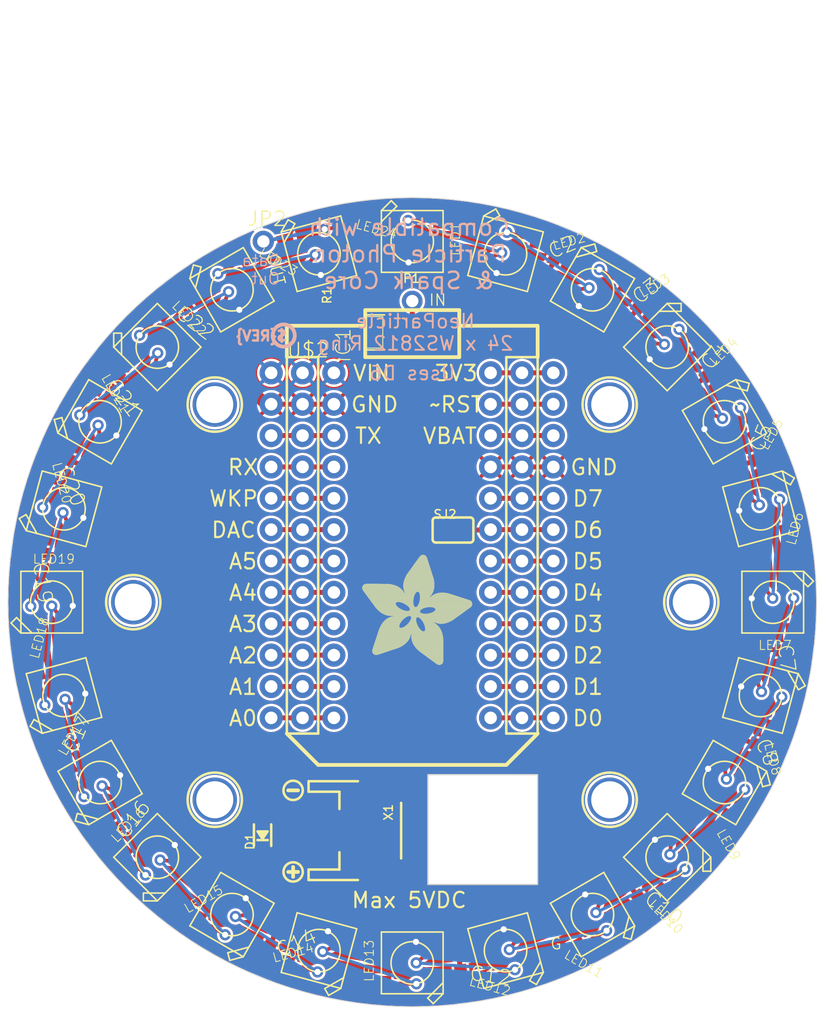
<source format=kicad_pcb>
(kicad_pcb (version 20221018) (generator pcbnew)
  (layers (0 "F.Cu" signal) (31 "B.Cu" signal) (34 "B.Paste" user) (35 "F.Paste" user) (36 "B.SilkS" user "B.Silkscreen") (37 "F.SilkS" user "F.Silkscreen") (38 "B.Mask" user) (39 "F.Mask" user) (44 "Edge.Cuts" user))
  (net 0 "")
  (net 1 "N$1")
  (net 2 "N$2")
  (net 3 "N$3")
  (net 4 "N$4")
  (net 5 "N$5")
  (net 6 "N$6")
  (net 7 "N$7")
  (net 8 "N$8")
  (net 9 "N$9")
  (net 10 "N$10")
  (net 11 "N$11")
  (net 12 "GND")
  (net 13 "VDD")
  (net 14 "N$12")
  (net 15 "N$13")
  (net 16 "N$14")
  (net 17 "N$15")
  (net 18 "N$16")
  (net 19 "N$17")
  (net 20 "N$18")
  (net 21 "N$19")
  (net 22 "N$20")
  (net 23 "N$21")
  (net 24 "N$22")
  (net 25 "N$23")
  (net 26 "N$24")
  (net 27 "N$25")
  (net 28 "N$28")
  (net 29 "D0")
  (net 30 "D1")
  (net 31 "D2")
  (net 32 "TX")
  (net 33 "RX")
  (net 34 "WKP")
  (net 35 "DAC")
  (net 36 "A5")
  (net 37 "A4")
  (net 38 "A3")
  (net 39 "A2")
  (net 40 "A1")
  (net 41 "A0")
  (net 42 "D7")
  (net 43 "D6")
  (net 44 "D5")
  (net 45 "D4")
  (net 46 "D3")
  (net 47 "VBAT")
  (net 48 "~{RST}")
  (net 49 "3V3")
  (net 50 "DIN")
  (net 51 "N$26")
  (footprint "working:WS2812B-NARROW" (layer "F.Cu") (at 140.941044 133.218175 165)
    (fp_text reference "LED14")
    (fp_text value "WS2812B5050" hide)
  )
  (footprint "working:C0603" (layer "F.Cu") (at 119.871997 93.145104 157.5)
    (fp_text reference "C20")
    (fp_text value "1uF")
  )
  (footprint "working:C0603" (layer "F.Cu") (at 167.365425 80.419194 52.5)
    (fp_text reference "C3")
    (fp_text value "1uF")
  )
  (footprint "working:SYMBOL_MINUS" (layer "F.Cu") (at 138.8491 120.2436)
    (fp_text reference "U$8" hide)
    (fp_text value "" hide)
  )
  (footprint "working:WS2812B-NARROW" (layer "F.Cu") (at 127.846582 125.658118 135)
    (fp_text reference "LED16")
    (fp_text value "WS2812B5050" hide)
  )
  (footprint "working:WS2812B-NARROW" (layer "F.Cu") (at 119.2911 105.0036 90)
    (fp_text reference "LED19")
    (fp_text value "WS2812B5050" hide)
  )
  (footprint "working:C0603" (layer "F.Cu") (at 177.130203 93.145104 22.5)
    (fp_text reference "C5")
    (fp_text value "1uF")
  )
  (footprint "working:WS2812B-NARROW" (layer "F.Cu") (at 176.715675 112.563656 -105)
    (fp_text reference "LED8")
    (fp_text value "WS2812B5050" hide)
  )
  (footprint "working:WS2812B-NARROW" (layer "F.Cu") (at 133.8961 79.706979 30)
    (fp_text reference "LED23")
    (fp_text value "WS2812B5050" hide)
  )
  (footprint "working:WS2812B-NARROW" (layer "F.Cu") (at 123.204479 90.3986 60)
    (fp_text reference "LED21")
    (fp_text value "WS2812B5050" hide)
  )
  (footprint "working:MOUNTINGHOLE_3.0_PLATEDTHIN" (layer "F.Cu") (at 125.8951 105.0036)
    (fp_text reference "U$9" hide)
    (fp_text value "MOUNTINGHOLE3.0THIN" hide)
  )
  (footprint "working:WS2812B-NARROW" (layer "F.Cu") (at 123.204479 119.6086 120)
    (fp_text reference "LED17")
    (fp_text value "WS2812B5050" hide)
  )
  (footprint "working:SYMBOL_PLUS" (layer "F.Cu") (at 138.8491 126.8476)
    (fp_text reference "U$7" hide)
    (fp_text value "" hide)
  )
  (footprint "working:WS2812B-NARROW" (layer "F.Cu") (at 148.5011 75.7936)
    (fp_text reference "LED1")
    (fp_text value "WS2812B5050" hide)
  )
  (footprint "working:WS2812B-NARROW" (layer "F.Cu") (at 169.155618 84.349082 -45)
    (fp_text reference "LED4")
    (fp_text value "WS2812B5050" hide)
  )
  (footprint "working:FIDUCIAL_1MM" (layer "F.Cu") (at 180.2003 100.838)
    (fp_text reference "FID2" hide)
    (fp_text value "FIDUCIAL\"\"" hide)
  )
  (footprint "working:C0603" (layer "F.Cu") (at 167.365425 129.588006 -52.5)
    (fp_text reference "C10")
    (fp_text value "1uF")
  )
  (footprint "working:C0603" (layer "F.Cu") (at 160.359596 76.374497 67.5)
    (fp_text reference "C2")
    (fp_text value "1uF")
  )
  (footprint "working:C0603" (layer "F.Cu") (at 117.778275 100.958904 172.5)
    (fp_text reference "C19")
    (fp_text value "1uF")
  )
  (footprint "working:1X01_ROUND" (layer "F.Cu") (at 148.5011 80.6196)
    (fp_text reference "JP1")
    (fp_text value "")
  )
  (footprint "working:WS2812B-NARROW" (layer "F.Cu") (at 176.715675 97.443544 -75)
    (fp_text reference "LED6")
    (fp_text value "WS2812B5050" hide)
  )
  (footprint "working:WS2812B-NARROW" (layer "F.Cu") (at 163.1061 130.300221 -150)
    (fp_text reference "LED11")
    (fp_text value "WS2812B5050" hide)
  )
  (footprint "working:WS2812B-NARROW" (layer "F.Cu") (at 148.5011 134.2136 180)
    (fp_text reference "LED13")
    (fp_text value "WS2812B5050" hide)
  )
  (footprint "working:C0603" (layer "F.Cu") (at 173.085506 86.139275 37.5)
    (fp_text reference "C4")
    (fp_text value "1uF")
  )
  (footprint "working:1X01-CLEANBIG" (layer "F.Cu") (at 136.4361 75.7936)
    (fp_text reference "JP2")
    (fp_text value "")
  )
  (footprint "working:WS2812B-NARROW" (layer "F.Cu") (at 163.1061 79.706979 -30)
    (fp_text reference "LED3")
    (fp_text value "WS2812B5050" hide)
  )
  (footprint "working:C0603" (layer "F.Cu") (at 179.223925 109.048296 -7.5)
    (fp_text reference "C7")
    (fp_text value "1uF")
  )
  (footprint "working:MOUNTINGHOLE_3.0_PLATEDTHIN" (layer "F.Cu") (at 164.5011 89.0036)
    (fp_text reference "U$3" hide)
    (fp_text value "MOUNTINGHOLE3.0THIN" hide)
  )
  (footprint "working:C0603" (layer "F.Cu") (at 152.545796 135.726425 -82.5)
    (fp_text reference "C12")
    (fp_text value "1uF")
  )
  (footprint "working:WS2812B-NARROW" (layer "F.Cu") (at 173.797721 119.6086 -120)
    (fp_text reference "LED9")
    (fp_text value "WS2812B5050" hide)
  )
  (footprint "working:WS2812B-NARROW" (layer "F.Cu") (at 156.061156 133.218175 -165)
    (fp_text reference "LED12")
    (fp_text value "WS2812B5050" hide)
  )
  (footprint "working:FIDUCIAL_1MM" (layer "F.Cu") (at 116.8019 109.1946)
    (fp_text reference "FID1" hide)
    (fp_text value "FIDUCIAL\"\"" hide)
  )
  (footprint "working:C0603" (layer "F.Cu") (at 136.642604 133.632703 -112.5)
    (fp_text reference "C14")
    (fp_text value "1uF")
  )
  (footprint "working:MOUNTINGHOLE_3.0_PLATEDTHIN" (layer "F.Cu") (at 132.5011 121.0036)
    (fp_text reference "U$5" hide)
    (fp_text value "MOUNTINGHOLE3.0THIN" hide)
  )
  (footprint "working:C0603" (layer "F.Cu") (at 123.916694 123.867925 -142.5)
    (fp_text reference "C16")
    (fp_text value "1uF")
  )
  (footprint "working:MOUNTINGHOLE_3.0_PLATEDTHIN" (layer "F.Cu") (at 132.5011 89.0036)
    (fp_text reference "U$4" hide)
    (fp_text value "MOUNTINGHOLE3.0THIN" hide)
  )
  (footprint "working:MOUNTINGHOLE_3.0_PLATEDTHIN" (layer "F.Cu") (at 164.5011 121.0036)
    (fp_text reference "U$6" hide)
    (fp_text value "MOUNTINGHOLE3.0THIN" hide)
  )
  (footprint "working:SOLDERJUMPER_CLOSEDWIRE" (layer "F.Cu") (at 151.8031 99.1616)
    (fp_text reference "SJ2")
    (fp_text value "")
  )
  (footprint "working:MOUNTINGHOLE_3.0_PLATEDTHIN" (layer "F.Cu") (at 171.1071 105.0036)
    (fp_text reference "U$10" hide)
    (fp_text value "MOUNTINGHOLE3.0THIN" hide)
  )
  (footprint "working:C0603" (layer "F.Cu") (at 129.636775 80.419194 127.5)
    (fp_text reference "C22")
    (fp_text value "1uF")
  )
  (footprint "working:WS2812B-NARROW" (layer "F.Cu") (at 133.8961 130.300221 150)
    (fp_text reference "LED15")
    (fp_text value "WS2812B5050" hide)
  )
  (footprint "working:C0603" (layer "F.Cu") (at 119.871997 116.862096 -157.5)
    (fp_text reference "C17")
    (fp_text value "1uF")
  )
  (footprint "working:WS2812B-NARROW" (layer "F.Cu") (at 140.941044 76.789025 15)
    (fp_text reference "LED24")
    (fp_text value "WS2812B5050" hide)
  )
  (footprint "working:C0603" (layer "F.Cu") (at 123.916694 86.139275 142.5)
    (fp_text reference "C21")
    (fp_text value "1uF")
  )
  (footprint "working:C0603" (layer "F.Cu") (at 177.130203 116.862096 -22.5)
    (fp_text reference "C8")
    (fp_text value "1uF")
  )
  (footprint "working:WS2812B-NARROW" (layer "F.Cu") (at 120.286525 112.563656 105)
    (fp_text reference "LED18")
    (fp_text value "WS2812B5050" hide)
  )
  (footprint "working:SPARK_CORE_STACKABLE" (layer "F.Cu") (at 148.5011 100.4036)
    (fp_text reference "U$2")
    (fp_text value "PHOTON")
  )
  (footprint "working:SOT23-5" (layer "F.Cu") (at 145.4531 83.1596 90)
    (fp_text reference "IC1")
    (fp_text value "74AHC1G125DBV")
  )
  (footprint "working:WS2812B-NARROW" (layer "F.Cu") (at 177.7111 105.0036 -90)
    (fp_text reference "LED7")
    (fp_text value "WS2812B5050" hide)
  )
  (footprint "working:WS2812B-NARROW" (layer "F.Cu") (at 169.155618 125.658118 -135)
    (fp_text reference "LED10")
    (fp_text value "WS2812B5050" hide)
  )
  (footprint "working:WS2812B-NARROW" (layer "F.Cu") (at 173.797721 90.3986 -60)
    (fp_text reference "LED5")
    (fp_text value "WS2812B5050" hide)
  )
  (footprint "working:ADAFRUIT_9MM" (layer "F.Cu") (at 144.4371 110.0836)
    (fp_text reference "U$1" hide)
    (fp_text value "" hide)
  )
  (footprint "working:WS2812B-NARROW" (layer "F.Cu") (at 156.061156 76.789025 -15)
    (fp_text reference "LED2")
    (fp_text value "WS2812B5050" hide)
  )
  (footprint "working:SOD-123" (layer "F.Cu") (at 136.3731 123.8696 90)
    (fp_text reference "D1")
    (fp_text value "MBR120")
  )
  (footprint "working:WS2812B-NARROW" (layer "F.Cu") (at 127.846582 84.349082 45)
    (fp_text reference "LED22")
    (fp_text value "WS2812B5050" hide)
  )
  (footprint "working:JSTPH2" (layer "F.Cu") (at 144.6011 123.5036 -90)
    (fp_text reference "X1")
    (fp_text value "JST-2PH")
  )
  (footprint "working:WS2812B-NARROW" (layer "F.Cu") (at 120.286525 97.443544 75)
    (fp_text reference "LED20")
    (fp_text value "WS2812B5050" hide)
  )
  (footprint "working:0603-NO" (layer "F.Cu") (at 141.469797 82.711494 90)
    (fp_text reference "R1")
    (fp_text value "470 ohm")
  )
  (footprint "working:PCBFEAT-REV-040" (layer "B.Cu") (at 138.0871 83.4136 180)
    (fp_text reference "U$11" hide)
    (fp_text value "" hide)
  )
  (gr_arc (start 115.7351 105.0036) (mid 125.332039 81.834539) (end 148.5011 72.2376) (stroke (width 0.05)) (layer "Edge.Cuts"))
  (gr_line (start 149.7711 127.8636) (end 149.7711 118.9736) (stroke (width 0.1)) (layer "Edge.Cuts"))
  (gr_arc (start 148.5011 72.2376) (mid 171.670161 81.834539) (end 181.2671 105.0036) (stroke (width 0.05)) (layer "Edge.Cuts"))
  (gr_line (start 149.7711 118.9736) (end 158.6611 118.9736) (stroke (width 0.1)) (layer "Edge.Cuts"))
  (gr_arc (start 181.2671 105.0036) (mid 171.670161 128.172661) (end 148.5011 137.7696) (stroke (width 0.05)) (layer "Edge.Cuts"))
  (gr_line (start 158.6611 127.8636) (end 149.7711 127.8636) (stroke (width 0.1)) (layer "Edge.Cuts"))
  (gr_arc (start 148.5011 137.7696) (mid 125.332039 128.172661) (end 115.7351 105.0036) (stroke (width 0.05)) (layer "Edge.Cuts"))
  (gr_line (start 158.6611 118.9736) (end 158.6611 127.8636) (stroke (width 0.1)) (layer "Edge.Cuts"))
  (gr_text "NeoParticle\n24 x WS2812 Ring" (at 148.7551 83.1596) (layer "B.SilkS") (effects (font (size 1.1176 1.1176) (thickness 0.1524)) (justify mirror)))
  (gr_text "Data\nOut" (at 137.8331 79.3496) (layer "B.SilkS") (effects (font (size 0.9144 0.9144) (thickness 0.1016)) (justify left bottom mirror)))
  (gr_text "Uses D6" (at 148.5011 86.4616) (layer "B.SilkS") (effects (font (size 1.1176 1.1176) (thickness 0.1524)) (justify mirror)))
  (gr_text "Compatible with\nParticle Photon\n& Spark Core" (at 148.2471 76.8096) (layer "B.SilkS") (effects (font (size 1.34112 1.34112) (thickness 0.18288)) (justify mirror)))
  (gr_text "D5" (at 162.7251 101.7016) (layer "F.SilkS") (effects (font (size 1.251712 1.251712) (thickness 0.170688))))
  (gr_text "~RST" (at 152.0571 89.0016) (layer "F.SilkS") (effects (font (size 1.251712 1.251712) (thickness 0.170688))))
  (gr_text "D0" (at 162.7251 114.4016) (layer "F.SilkS") (effects (font (size 1.251712 1.251712) (thickness 0.170688))))
  (gr_text "D6" (at 162.7251 99.1616) (layer "F.SilkS") (effects (font (size 1.251712 1.251712) (thickness 0.170688))))
  (gr_text "OUT" (at 136.5631 76.8858 285) (layer "F.SilkS") (effects (font (size 0.9144 0.9144) (thickness 0.1016)) (justify left bottom)))
  (gr_text "A2" (at 134.7851 109.3216) (layer "F.SilkS") (effects (font (size 1.251712 1.251712) (thickness 0.170688))))
  (gr_text "A1" (at 134.7851 111.8616) (layer "F.SilkS") (effects (font (size 1.251712 1.251712) (thickness 0.170688))))
  (gr_text "A4" (at 134.7851 104.2416) (layer "F.SilkS") (effects (font (size 1.251712 1.251712) (thickness 0.170688))))
  (gr_text "3V3" (at 152.0571 86.4616) (layer "F.SilkS") (effects (font (size 1.251712 1.251712) (thickness 0.170688))))
  (gr_text "A3" (at 134.7851 106.7816) (layer "F.SilkS") (effects (font (size 1.251712 1.251712) (thickness 0.170688))))
  (gr_text "D7" (at 162.7251 96.6216) (layer "F.SilkS") (effects (font (size 1.251712 1.251712) (thickness 0.170688))))
  (gr_text "GND" (at 145.4531 89.0016) (layer "F.SilkS") (effects (font (size 1.251712 1.251712) (thickness 0.170688))))
  (gr_text "GND" (at 163.2331 94.0816) (layer "F.SilkS") (effects (font (size 1.251712 1.251712) (thickness 0.170688))))
  (gr_text "DAC" (at 134.0231 99.1616) (layer "F.SilkS") (effects (font (size 1.251712 1.251712) (thickness 0.170688))))
  (gr_text "D1" (at 162.7251 111.8616) (layer "F.SilkS") (effects (font (size 1.251712 1.251712) (thickness 0.170688))))
  (gr_text "D2" (at 162.7251 109.3216) (layer "F.SilkS") (effects (font (size 1.251712 1.251712) (thickness 0.170688))))
  (gr_text "RX" (at 134.7851 94.0816) (layer "F.SilkS") (effects (font (size 1.251712 1.251712) (thickness 0.170688))))
  (gr_text "D3" (at 162.7251 106.7816) (layer "F.SilkS") (effects (font (size 1.251712 1.251712) (thickness 0.170688))))
  (gr_text "VIN" (at 145.1991 86.4616) (layer "F.SilkS") (effects (font (size 1.251712 1.251712) (thickness 0.170688))))
  (gr_text "A5" (at 134.7851 101.7016) (layer "F.SilkS") (effects (font (size 1.251712 1.251712) (thickness 0.170688))))
  (gr_text "TX" (at 144.9451 91.5416) (layer "F.SilkS") (effects (font (size 1.251712 1.251712) (thickness 0.170688))))
  (gr_text "IN" (at 149.7965 81.0768) (layer "F.SilkS") (effects (font (size 0.9144 0.9144) (thickness 0.1016)) (justify left bottom)))
  (gr_text "WKP" (at 134.0231 96.6216) (layer "F.SilkS") (effects (font (size 1.251712 1.251712) (thickness 0.170688))))
  (gr_text "G" (at 159.6263 133.1976) (layer "F.SilkS") (effects (font (size 0.9144 0.9144) (thickness 0.1016)) (justify left bottom)))
  (gr_text "D4" (at 162.7251 104.2416) (layer "F.SilkS") (effects (font (size 1.251712 1.251712) (thickness 0.170688))))
  (gr_text "A0" (at 134.7851 114.4016) (layer "F.SilkS") (effects (font (size 1.251712 1.251712) (thickness 0.170688))))
  (gr_text "Max 5VDC" (at 148.2471 129.1336) (layer "F.SilkS") (effects (font (size 1.251712 1.251712) (thickness 0.170688))))
  (gr_text "VBAT" (at 151.5491 91.5416) (layer "F.SilkS") (effects (font (size 1.251712 1.251712) (thickness 0.170688))))
  (segment (start 153.364178 77.774579) (end 155.753053 76.708) (width 0.3048) (layer "F.Cu") (net 1))
  (segment (start 150.8511 74.1436) (end 148.164041 74.095357) (width 0.3048) (layer "F.Cu") (net 1))
  (via (at 155.753053 76.708) (size 0.9064) (drill 0.5) (layers "F.Cu" "B.Cu") (net 1))
  (via (at 148.164041 74.095357) (size 0.9064) (drill 0.5) (layers "F.Cu" "B.Cu") (net 1))
  (segment (start 148.164041 74.095357) (end 155.753053 76.708) (width 0.254) (layer "B.Cu") (net 1))
  (segment (start 158.758131 75.803475) (end 156.174946 75.061319) (width 0.3048) (layer "F.Cu") (net 2))
  (segment (start 160.245937 79.960922) (end 162.82924 79.549244) (width 0.3048) (layer "F.Cu") (net 2))
  (via (at 156.174946 75.061319) (size 0.9064) (drill 0.5) (layers "F.Cu" "B.Cu") (net 2))
  (via (at 162.82924 79.549244) (size 0.9064) (drill 0.5) (layers "F.Cu" "B.Cu") (net 2))
  (segment (start 156.174946 75.061319) (end 162.82924 79.549244) (width 0.254) (layer "B.Cu") (net 2))
  (segment (start 166.32719 83.85411) (end 168.92905 84.125054) (width 0.3048) (layer "F.Cu") (net 3))
  (segment (start 165.966259 79.453038) (end 163.663121 78.067663) (width 0.3048) (layer "F.Cu") (net 3))
  (via (at 163.663121 78.067663) (size 0.9064) (drill 0.5) (layers "F.Cu" "B.Cu") (net 3))
  (via (at 168.92905 84.125054) (size 0.9064) (drill 0.5) (layers "F.Cu" "B.Cu") (net 3))
  (segment (start 163.663121 78.067663) (end 168.92905 84.125054) (width 0.254) (layer "B.Cu") (net 3))
  (segment (start 171.984043 84.844057) (end 170.118025 82.909919) (width 0.3048) (layer "F.Cu") (net 4))
  (segment (start 171.193778 89.188441) (end 173.63694 90.123519) (width 0.3048) (layer "F.Cu") (net 4))
  (via (at 170.118025 82.909919) (size 0.9064) (drill 0.5) (layers "F.Cu" "B.Cu") (net 4))
  (via (at 173.63694 90.123519) (size 0.9064) (drill 0.5) (layers "F.Cu" "B.Cu") (net 4))
  (segment (start 170.118025 82.909919) (end 173.63694 90.123519) (width 0.254) (layer "B.Cu") (net 4))
  (segment (start 175.099725 89.257632) (end 176.401662 91.608763) (width 0.3048) (layer "F.Cu") (net 5))
  (segment (start 174.513671 95.600672) (end 176.6316 97.136204) (width 0.3048) (layer "F.Cu") (net 5))
  (via (at 176.6316 97.136204) (size 0.9064) (drill 0.5) (layers "F.Cu" "B.Cu") (net 5))
  (via (at 175.099725 89.257632) (size 0.9064) (drill 0.5) (layers "F.Cu" "B.Cu") (net 5))
  (segment (start 175.099725 89.257632) (end 176.6316 97.136204) (width 0.254) (layer "B.Cu") (net 5))
  (segment (start 176.0611 102.6536) (end 177.709321 104.685085) (width 0.3048) (layer "F.Cu") (net 6))
  (segment (start 178.268884 96.678241) (end 178.917675 99.286419) (width 0.3048) (layer "F.Cu") (net 6))
  (via (at 177.709321 104.685085) (size 0.9064) (drill 0.5) (layers "F.Cu" "B.Cu") (net 6))
  (via (at 178.268884 96.678241) (size 0.9064) (drill 0.5) (layers "F.Cu" "B.Cu") (net 6))
  (segment (start 178.268884 96.678241) (end 177.709321 104.685085) (width 0.254) (layer "B.Cu") (net 6))
  (segment (start 179.3611 107.3536) (end 179.409343 104.666541) (width 0.3048) (layer "F.Cu") (net 7))
  (segment (start 175.730121 109.866678) (end 176.7967 112.255553) (width 0.3048) (layer "F.Cu") (net 7))
  (via (at 179.409343 104.666541) (size 0.9064) (drill 0.5) (layers "F.Cu" "B.Cu") (net 7))
  (via (at 176.7967 112.255553) (size 0.9064) (drill 0.5) (layers "F.Cu" "B.Cu") (net 7))
  (segment (start 179.409343 104.666541) (end 176.7967 112.255553) (width 0.254) (layer "B.Cu") (net 7))
  (segment (start 177.701225 115.260631) (end 178.443381 112.677446) (width 0.3048) (layer "F.Cu") (net 8))
  (segment (start 173.543778 116.748437) (end 173.955456 119.33174) (width 0.3048) (layer "F.Cu") (net 8))
  (via (at 173.955456 119.33174) (size 0.9064) (drill 0.5) (layers "F.Cu" "B.Cu") (net 8))
  (via (at 178.443381 112.677446) (size 0.9064) (drill 0.5) (layers "F.Cu" "B.Cu") (net 8))
  (segment (start 178.443381 112.677446) (end 173.955456 119.33174) (width 0.254) (layer "B.Cu") (net 8))
  (segment (start 174.051662 122.468759) (end 175.437037 120.165621) (width 0.3048) (layer "F.Cu") (net 9))
  (segment (start 169.65059 122.82969) (end 169.379646 125.43155) (width 0.3048) (layer "F.Cu") (net 9))
  (via (at 175.437037 120.165621) (size 0.9064) (drill 0.5) (layers "F.Cu" "B.Cu") (net 9))
  (via (at 169.379646 125.43155) (size 0.9064) (drill 0.5) (layers "F.Cu" "B.Cu") (net 9))
  (segment (start 175.437037 120.165621) (end 169.379646 125.43155) (width 0.254) (layer "B.Cu") (net 9))
  (segment (start 164.316259 127.696278) (end 163.381181 130.13944) (width 0.3048) (layer "F.Cu") (net 10))
  (segment (start 168.660643 128.486543) (end 170.594781 126.620525) (width 0.3048) (layer "F.Cu") (net 10))
  (via (at 170.594781 126.620525) (size 0.9064) (drill 0.5) (layers "F.Cu" "B.Cu") (net 10))
  (via (at 163.381181 130.13944) (size 0.9064) (drill 0.5) (layers "F.Cu" "B.Cu") (net 10))
  (segment (start 170.594781 126.620525) (end 163.381181 130.13944) (width 0.254) (layer "B.Cu") (net 10))
  (segment (start 156.368496 133.1341) (end 157.904028 131.016171) (width 0.3048) (layer "F.Cu") (net 11))
  (segment (start 161.895937 132.904162) (end 164.247068 131.602225) (width 0.3048) (layer "F.Cu") (net 11))
  (via (at 156.368496 133.1341) (size 0.9064) (drill 0.5) (layers "F.Cu" "B.Cu") (net 11))
  (via (at 164.247068 131.602225) (size 0.9064) (drill 0.5) (layers "F.Cu" "B.Cu") (net 11))
  (segment (start 164.247068 131.602225) (end 156.368496 133.1341) (width 0.254) (layer "B.Cu") (net 11))
  (segment (start 130.9751 86.2076) (end 128.1811 83.4136) (width 0.8128) (layer "F.Cu") (net 12))
  (segment (start 125.018157 84.798544) (end 125.6411 84.1756) (width 0.4064) (layer "F.Cu") (net 12))
  (segment (start 137.0711 88.9736) (end 139.6111 88.9736) (width 0.4064) (layer "F.Cu") (net 12))
  (segment (start 154.8511 94.0536) (end 157.3911 94.0536) (width 0.4064) (layer "F.Cu") (net 12))
  (segment (start 142.1791 89.0016) (end 142.1511 88.9736) (width 0.4064) (layer "F.Cu") (net 12))
  (segment (start 136.5351 88.9736) (end 133.7691 86.2076) (width 0.8128) (layer "F.Cu") (net 12))
  (segment (start 133.7691 86.2076) (end 130.9751 86.2076) (width 0.8128) (layer "F.Cu") (net 12))
  (segment (start 127.6731 83.4136) (end 128.1811 83.4136) (width 0.4064) (layer "F.Cu") (net 12))
  (segment (start 125.8951 84.1756) (end 126.6571 84.4296) (width 0.4064) (layer "F.Cu") (net 12))
  (segment (start 157.3911 94.0536) (end 159.9311 94.0536) (width 0.4064) (layer "F.Cu") (net 12))
  (segment (start 139.6111 88.9736) (end 142.1511 88.9736) (width 0.4064) (layer "F.Cu") (net 12))
  (segment (start 126.6571 84.4296) (end 127.6731 83.4136) (width 0.4064) (layer "F.Cu") (net 12))
  (segment (start 125.6411 84.1756) (end 125.8951 84.1756) (width 0.4064) (layer "F.Cu") (net 12))
  (segment (start 125.018157 84.844057) (end 125.018157 84.798544) (width 0.4064) (layer "F.Cu") (net 12))
  (segment (start 137.0711 88.9736) (end 136.5351 88.9736) (width 0.8128) (layer "F.Cu") (net 12))
  (segment (start 152.214325 133.208268) (end 152.313893 133.963662) (width 0.4064) (layer "F.Cu") (net 13))
  (segment (start 171.675043 87.221569) (end 172.411153 86.656725) (width 0.4064) (layer "F.Cu") (net 13))
  (segment (start 176.705768 108.716825) (end 177.461162 108.816393) (width 0.4064) (layer "F.Cu") (net 13))
  (segment (start 131.183125 82.434175) (end 130.719069 81.829657) (width 0.4064) (layer "F.Cu") (net 13))
  (segment (start 146.7231 78.973172) (end 148.201125 77.495147) (width 0.254) (layer "F.Cu") (net 13))
  (segment (start 165.819075 127.573025) (end 166.283131 128.177543) (width 0.4064) (layer "F.Cu") (net 13))
  (segment (start 166.283131 128.177543) (end 166.847975 128.913653) (width 0.4064) (layer "F.Cu") (net 13))
  (segment (start 177.461162 108.816393) (end 178.381193 108.937346) (width 0.4064) (layer "F.Cu") (net 13))
  (segment (start 159.387793 78.72095) (end 159.679387 78.017116) (width 0.4064) (layer "F.Cu") (net 13))
  (segment (start 136.3731 125.7196) (end 136.3731 127.610368) (width 0.8128) (layer "F.Cu") (net 13))
  (segment (start 120.657297 93.470385) (end 121.514616 93.825313) (width 0.4064) (layer "F.Cu") (net 13))
  (segment (start 125.931675 122.321575) (end 125.327157 122.785631) (width 0.4064) (layer "F.Cu") (net 13))
  (segment (start 166.283131 81.829657) (end 166.847975 81.093547) (width 0.4064) (layer "F.Cu") (net 13))
  (segment (start 165.819075 82.434175) (end 166.283131 81.829657) (width 0.4064) (layer "F.Cu") (net 13))
  (segment (start 118.621007 101.069854) (end 119.541038 101.190807) (width 0.4064) (layer "F.Cu") (net 13))
  (segment (start 120.296432 101.290375) (end 119.541038 101.190807) (width 0.4064) (layer "F.Cu") (net 13))
  (segment (start 174.78375 94.116907) (end 175.487584 93.825313) (width 0.4064) (layer "F.Cu") (net 13))
  (segment (start 171.070525 87.685625) (end 171.675043 87.221569) (width 0.4064) (layer "F.Cu") (net 13))
  (segment (start 137.614407 131.28625) (end 137.322813 131.990084) (width 0.4064) (layer "F.Cu") (net 13))
  (segment (start 125.931675 87.685625) (end 125.327157 87.221569) (width 0.4064) (layer "F.Cu") (net 13))
  (segment (start 137.322813 131.990084) (end 136.967885 132.847403) (width 0.4064) (layer "F.Cu") (net 13))
  (segment (start 121.514616 116.181887) (end 120.657297 116.536815) (width 0.4064) (layer "F.Cu") (net 13))
  (segment (start 122.21845 115.890293) (end 121.514616 116.181887) (width 0.4064) (layer "F.Cu") (net 13))
  (segment (start 136.3731 127.610368) (end 135.006841 128.976628) (width 0.8128) (layer "F.Cu") (net 13))
  (segment (start 122.21845 94.116907) (end 121.514616 93.825313) (width 0.4064) (layer "F.Cu") (net 13))
  (segment (start 174.78375 115.890293) (end 175.487584 116.181887) (width 0.4064) (layer "F.Cu") (net 13))
  (segment (start 130.154225 81.093547) (end 130.719069 81.829657) (width 0.4064) (layer "F.Cu") (net 13))
  (segment (start 152.313893 133.963662) (end 152.434846 134.883693) (width 0.4064) (layer "F.Cu") (net 13))
  (segment (start 142.1511 86.1116) (end 144.1531 84.1096) (width 0.254) (layer "F.Cu") (net 13))
  (segment (start 124.591047 123.350475) (end 125.327157 122.785631) (width 0.4064) (layer "F.Cu") (net 13))
  (segment (start 175.487584 93.825313) (end 176.344903 93.470385) (width 0.4064) (layer "F.Cu") (net 13))
  (segment (start 159.679387 78.017116) (end 160.034315 77.159797) (width 0.4064) (layer "F.Cu") (net 13))
  (segment (start 125.327157 87.221569) (end 124.591047 86.656725) (width 0.4064) (layer "F.Cu") (net 13))
  (segment (start 175.487584 116.181887) (end 176.344903 116.536815) (width 0.4064) (layer "F.Cu") (net 13))
  (segment (start 142.1511 86.4336) (end 142.1511 86.1116) (width 0.254) (layer "F.Cu") (net 13))
  (via (at 121.852438 98.173794) (size 0.9064) (drill 0.5) (layers "F.Cu" "B.Cu") (net 13))
  (via (at 176.009553 104.703625) (size 0.9064) (drill 0.5) (layers "F.Cu" "B.Cu") (net 13))
  (via (at 162.51504 128.6764) (size 0.9064) (drill 0.5) (layers "F.Cu" "B.Cu") (net 13))
  (via (at 155.910534 131.497068) (size 0.9064) (drill 0.5) (layers "F.Cu" "B.Cu") (net 13))
  (via (at 122.007632 112.413034) (size 0.9064) (drill 0.5) (layers "F.Cu" "B.Cu") (net 13))
  (via (at 120.992647 105.303575) (size 0.9064) (drill 0.5) (layers "F.Cu" "B.Cu") (net 13))
  (via (at 168.164762 124.242831) (size 0.9064) (drill 0.5) (layers "F.Cu" "B.Cu") (net 13))
  (via (at 175.149762 111.833406) (size 0.9064) (drill 0.5) (layers "F.Cu" "B.Cu") (net 13))
  (via (at 174.994568 97.594166) (size 0.9064) (drill 0.5) (layers "F.Cu" "B.Cu") (net 13))
  (via (at 148.201125 77.495147) (size 0.9064) (drill 0.5) (layers "F.Cu" "B.Cu") (net 13))
  (via (at 172.1739 90.98966) (size 0.9064) (drill 0.5) (layers "F.Cu" "B.Cu") (net 13))
  (via (at 172.474128 118.497859) (size 0.9064) (drill 0.5) (layers "F.Cu" "B.Cu") (net 13))
  (via (at 141.671294 131.652262) (size 0.9064) (drill 0.5) (layers "F.Cu" "B.Cu") (net 13))
  (via (at 124.8283 119.01754) (size 0.9064) (drill 0.5) (layers "F.Cu" "B.Cu") (net 13))
  (via (at 148.801075 132.512053) (size 0.9064) (drill 0.5) (layers "F.Cu" "B.Cu") (net 13))
  (via (at 124.528072 91.509341) (size 0.9064) (drill 0.5) (layers "F.Cu" "B.Cu") (net 13))
  (via (at 129.261869 124.667262) (size 0.9064) (drill 0.5) (layers "F.Cu" "B.Cu") (net 13))
  (via (at 141.091666 78.510132) (size 0.9064) (drill 0.5) (layers "F.Cu" "B.Cu") (net 13))
  (via (at 167.740331 85.339938) (size 0.9064) (drill 0.5) (layers "F.Cu" "B.Cu") (net 13))
  (via (at 128.837438 85.764369) (size 0.9064) (drill 0.5) (layers "F.Cu" "B.Cu") (net 13))
  (via (at 134.48716 81.3308) (size 0.9064) (drill 0.5) (layers "F.Cu" "B.Cu") (net 13))
  (via (at 155.330906 78.354938) (size 0.9064) (drill 0.5) (layers "F.Cu" "B.Cu") (net 13))
  (via (at 135.006841 128.976628) (size 0.9064) (drill 0.5) (layers "F.Cu" "B.Cu") (net 13))
  (via (at 161.995359 81.030572) (size 0.9064) (drill 0.5) (layers "F.Cu" "B.Cu") (net 13))
  (segment (start 130.098626 84.391048) (end 129.333883 85.099329) (width 0.4064) (layer "B.Cu") (net 13))
  (segment (start 155.359358 78.292732) (end 154.353386 78.062865) (width 0.4064) (layer "B.Cu") (net 13))
  (segment (start 140.991383 78.467755) (end 139.991768 78.76316) (width 0.4064) (layer "B.Cu") (net 13))
  (segment (start 171.055687 120.957121) (end 171.63893 120.093221) (width 0.4064) (layer "B.Cu") (net 13))
  (segment (start 174.741539 113.512934) (end 175.036945 112.513319) (width 0.4064) (layer "B.Cu") (net 13))
  (segment (start 123.817825 92.630683) (end 123.373291 93.57349) (width 0.4064) (layer "B.Cu") (net 13))
  (segment (start 121.965255 112.513317) (end 122.26066 113.512932) (width 0.4064) (layer "B.Cu") (net 13))
  (segment (start 121.311519 100.55027) (end 121.172166 101.583263) (width 0.4064) (layer "B.Cu") (net 13))
  (segment (start 174.076299 94.629534) (end 173.67621 93.678351) (width 0.4064) (layer "B.Cu") (net 13))
  (segment (start 176.009553 105.303575) (end 176.009553 104.703625) (width 0.4064) (layer "B.Cu") (net 13))
  (segment (start 134.297084 128.691155) (end 135.203095 129.206556) (width 0.4064) (layer "B.Cu") (net 13))
  (segment (start 123.373291 93.57349) (end 122.965195 94.532631) (width 0.4064) (layer "B.Cu") (net 13))
  (segment (start 147.158968 77.515113) (end 146.118338 77.574982) (width 0.4064) (layer "B.Cu") (net 13))
  (segment (start 172.769341 91.824885) (end 172.263866 90.925265) (width 0.4064) (layer "B.Cu") (net 13))
  (segment (start 164.669699 82.598815) (end 163.820279 82.012891) (width 0.4064) (layer "B.Cu") (net 13))
  (segment (start 165.295545 126.942284) (end 166.112262 126.294622) (width 0.4064) (layer "B.Cu") (net 13))
  (segment (start 153.339422 77.871299) (end 152.318924 77.718312) (width 0.4064) (layer "B.Cu") (net 13))
  (segment (start 121.311519 109.456928) (end 121.490336 110.483826) (width 0.4064) (layer "B.Cu") (net 13))
  (segment (start 129.333882 124.90787) (end 130.098625 125.616151) (width 0.4064) (layer "B.Cu") (net 13))
  (segment (start 137.07099 130.131409) (end 138.030131 130.539505) (width 0.4064) (layer "B.Cu") (net 13))
  (segment (start 148.201125 77.495147) (end 148.201127 77.495147) (width 0.4064) (layer "B.Cu") (net 13))
  (segment (start 139.0042 130.910563) (end 139.991766 131.244039) (width 0.4064) (layer "B.Cu") (net 13))
  (segment (start 164.454619 127.558188) (end 165.295545 126.942284) (width 0.4064) (layer "B.Cu") (net 13))
  (segment (start 137.070991 79.87579) (end 136.128185 80.320324) (width 0.4064) (layer "B.Cu") (net 13))
  (segment (start 175.308215 98.565128) (end 175.056441 97.564414) (width 0.4064) (layer "B.Cu") (net 13))
  (segment (start 123.37329 116.433709) (end 123.817824 117.376515) (width 0.4064) (layer "B.Cu") (net 13))
  (segment (start 171.724648 90.045456) (end 171.152465 89.186721) (width 0.4064) (layer "B.Cu") (net 13))
  (segment (start 122.594136 114.500498) (end 122.965195 115.474567) (width 0.4064) (layer "B.Cu") (net 13))
  (segment (start 166.903574 125.616152) (end 167.668317 124.907871) (width 0.4064) (layer "B.Cu") (net 13))
  (segment (start 166.112262 126.294622) (end 166.903574 125.616152) (width 0.4064) (layer "B.Cu") (net 13))
  (segment (start 125.946512 120.957119) (end 126.562416 121.798045) (width 0.4064) (layer "B.Cu") (net 13))
  (segment (start 176.009553 104.703625) (end 176.009553 104.703625) (width 0.4064) (layer "B.Cu") (net 13))
  (segment (start 130.098625 125.616151) (end 130.889936 126.294621) (width 0.4064) (layer "B.Cu") (net 13))
  (segment (start 124.298144 91.705595) (end 123.817825 92.630683) (width 0.4064) (layer "B.Cu") (net 13))
  (segment (start 175.98999 103.67191) (end 175.931327 102.641677) (width 0.4064) (layer "B.Cu") (net 13))
  (segment (start 121.072482 102.620836) (end 120.992647 104.703625) (width 0.4064) (layer "B.Cu") (net 13))
  (segment (start 157.997998 130.910564) (end 158.972067 130.539505) (width 0.4064) (layer "B.Cu") (net 13))
  (segment (start 140.991381 131.539445) (end 142.001578 131.796345) (width 0.4064) (layer "B.Cu") (net 13))
  (segment (start 121.490336 99.523373) (end 121.311519 100.55027) (width 0.4064) (layer "B.Cu") (net 13))
  (segment (start 135.203097 80.800643) (end 134.297086 81.316044) (width 0.4064) (layer "B.Cu") (net 13))
  (segment (start 122.965195 94.532631) (end 122.594137 95.5067) (width 0.4064) (layer "B.Cu") (net 13))
  (segment (start 122.965195 115.474567) (end 123.37329 116.433709) (width 0.4064) (layer "B.Cu") (net 13))
  (segment (start 121.708354 111.50312) (end 121.965255 112.513317) (width 0.4064) (layer "B.Cu") (net 13))
  (segment (start 150.264205 77.528894) (end 149.232938 77.492736) (width 0.4064) (layer "B.Cu") (net 13))
  (segment (start 138.030133 79.467695) (end 137.070991 79.87579) (width 0.4064) (layer "B.Cu") (net 13))
  (segment (start 175.931327 102.641677) (end 175.83365 101.614409) (width 0.4064) (layer "B.Cu") (net 13))
  (segment (start 161.799103 129.206557) (end 162.705114 128.691156) (width 0.4064) (layer "B.Cu") (net 13))
  (segment (start 127.888549 86.601125) (end 127.210079 87.392436) (width 0.4064) (layer "B.Cu") (net 13))
  (segment (start 131.706655 83.064916) (end 130.889938 83.712578) (width 0.4064) (layer "B.Cu") (net 13))
  (segment (start 166.298878 83.865117) (end 165.496294 83.21652) (width 0.4064) (layer "B.Cu") (net 13))
  (segment (start 129.333883 85.099329) (end 128.59683 85.836382) (width 0.4064) (layer "B.Cu") (net 13))
  (segment (start 173.67621 93.678351) (end 173.240348 92.74302) (width 0.4064) (layer "B.Cu") (net 13))
  (segment (start 132.547581 82.449012) (end 131.706655 83.064916) (width 0.4064) (layer "B.Cu") (net 13))
  (segment (start 175.929718 107.386364) (end 176.009553 105.303575) (width 0.4064) (layer "B.Cu") (net 13))
  (segment (start 126.562417 88.209154) (end 125.946513 89.050079) (width 0.4064) (layer "B.Cu") (net 13))
  (segment (start 161.147448 80.453991) (end 160.219249 80.00314) (width 0.4064) (layer "B.Cu") (net 13))
  (segment (start 146.118338 77.574982) (end 145.080765 77.674666) (width 0.4064) (layer "B.Cu") (net 13))
  (segment (start 175.056441 97.564414) (end 174.766911 96.573963) (width 0.4064) (layer "B.Cu") (net 13))
  (segment (start 175.293845 111.503122) (end 175.511864 110.483827) (width 0.4064) (layer "B.Cu") (net 13))
  (segment (start 158.972067 130.539505) (end 159.931209 130.13141) (width 0.4064) (layer "B.Cu") (net 13))
  (segment (start 125.363269 120.093219) (end 125.946512 120.957119) (width 0.4064) (layer "B.Cu") (net 13))
  (segment (start 175.511864 110.483827) (end 175.690681 109.45693) (width 0.4064) (layer "B.Cu") (net 13))
  (segment (start 143.020874 77.992836) (end 142.00158 78.210854) (width 0.4064) (layer "B.Cu") (net 13))
  (segment (start 151.921435 132.332534) (end 152.954428 132.193181) (width 0.4064) (layer "B.Cu") (net 13))
  (segment (start 152.318924 77.718312) (end 151.293361 77.604122) (width 0.4064) (layer "B.Cu") (net 13))
  (segment (start 173.240348 92.74302) (end 172.769341 91.824885) (width 0.4064) (layer "B.Cu") (net 13))
  (segment (start 152.954428 132.193181) (end 153.981326 132.014364) (width 0.4064) (layer "B.Cu") (net 13))
  (segment (start 120.992647 105.303573) (end 121.012613 106.345732) (width 0.4064) (layer "B.Cu") (net 13))
  (segment (start 128.59683 85.836382) (end 127.888549 86.601125) (width 0.4064) (layer "B.Cu") (net 13))
  (segment (start 155.00062 131.796346) (end 156.010817 131.539445) (width 0.4064) (layer "B.Cu") (net 13))
  (segment (start 162.705114 128.691156) (end 163.590719 128.141431) (width 0.4064) (layer "B.Cu") (net 13))
  (segment (start 156.355893 78.560572) (end 155.359358 78.292732) (width 0.4064) (layer "B.Cu") (net 13))
  (segment (start 175.690681 109.45693) (end 175.830034 108.423937) (width 0.4064) (layer "B.Cu") (net 13))
  (segment (start 127.210078 122.614762) (end 127.888548 123.406074) (width 0.4064) (layer "B.Cu") (net 13))
  (segment (start 149.843232 132.492087) (end 150.883862 132.432218) (width 0.4064) (layer "B.Cu") (net 13))
  (segment (start 163.820279 82.012891) (end 162.949258 81.45959) (width 0.4064) (layer "B.Cu") (net 13))
  (segment (start 127.210079 87.392436) (end 126.562417 88.209154) (width 0.4064) (layer "B.Cu") (net 13))
  (segment (start 175.83365 101.614409) (end 175.697099 100.591583) (width 0.4064) (layer "B.Cu") (net 13))
  (segment (start 157.341558 78.865998) (end 156.355893 78.560572) (width 0.4064) (layer "B.Cu") (net 13))
  (segment (start 175.697099 100.591583) (end 175.52187 99.574669) (width 0.4064) (layer "B.Cu") (net 13))
  (segment (start 124.813545 90.799584) (end 124.298144 91.705595) (width 0.4064) (layer "B.Cu") (net 13))
  (segment (start 139.991768 78.76316) (end 139.004202 79.096636) (width 0.4064) (layer "B.Cu") (net 13))
  (segment (start 174.408063 114.5005) (end 174.741539 113.512934) (width 0.4064) (layer "B.Cu") (net 13))
  (segment (start 158.314935 79.208572) (end 157.341558 78.865998) (width 0.4064) (layer "B.Cu") (net 13))
  (segment (start 167.076297 84.543675) (end 166.298878 83.865117) (width 0.4064) (layer "B.Cu") (net 13))
  (segment (start 154.353386 78.062865) (end 153.339422 77.871299) (width 0.4064) (layer "B.Cu") (net 13))
  (segment (start 130.889938 83.712578) (end 130.098626 84.391048) (width 0.4064) (layer "B.Cu") (net 13))
  (segment (start 148.201127 77.495147) (end 147.158968 77.515113) (width 0.4064) (layer "B.Cu") (net 13))
  (segment (start 169.912534 87.537381) (end 169.246571 86.749148) (width 0.4064) (layer "B.Cu") (net 13))
  (segment (start 133.411481 81.865769) (end 132.547581 82.449012) (width 0.4064) (layer "B.Cu") (net 13))
  (segment (start 175.52187 99.574669) (end 175.308215 98.565128) (width 0.4064) (layer "B.Cu") (net 13))
  (segment (start 143.020873 132.014364) (end 144.04777 132.193181) (width 0.4064) (layer "B.Cu") (net 13))
  (segment (start 136.128183 129.686875) (end 137.07099 130.131409) (width 0.4064) (layer "B.Cu") (net 13))
  (segment (start 125.946513 89.050079) (end 125.36327 89.913979) (width 0.4064) (layer "B.Cu") (net 13))
  (segment (start 128.596829 124.170817) (end 129.333882 124.90787) (width 0.4064) (layer "B.Cu") (net 13))
  (segment (start 174.766911 96.573963) (end 174.44004 95.595201) (width 0.4064) (layer "B.Cu") (net 13))
  (segment (start 123.817824 117.376515) (end 124.298143 118.301603) (width 0.4064) (layer "B.Cu") (net 13))
  (segment (start 124.813544 119.207614) (end 125.363269 120.093219) (width 0.4064) (layer "B.Cu") (net 13))
  (segment (start 149.232938 77.492736) (end 148.201041 77.4957) (width 0.4064) (layer "B.Cu") (net 13))
  (segment (start 160.874015 129.686876) (end 161.799103 129.206557) (width 0.4064) (layer "B.Cu") (net 13))
  (segment (start 136.128185 80.320324) (end 135.203097 80.800643) (width 0.4064) (layer "B.Cu") (net 13))
  (segment (start 131.706654 126.942283) (end 132.547579 127.558187) (width 0.4064) (layer "B.Cu") (net 13))
  (segment (start 148.201125 132.512053) (end 148.801075 132.512053) (width 0.4064) (layer "B.Cu") (net 13))
  (segment (start 163.590719 128.141431) (end 164.454619 127.558188) (width 0.4064) (layer "B.Cu") (net 13))
  (segment (start 148.801073 132.512053) (end 149.843232 132.492087) (width 0.4064) (layer "B.Cu") (net 13))
  (segment (start 135.203095 129.206556) (end 136.128183 129.686875) (width 0.4064) (layer "B.Cu") (net 13))
  (segment (start 144.04777 132.193181) (end 145.080763 132.332534) (width 0.4064) (layer "B.Cu") (net 13))
  (segment (start 159.274625 79.587801) (end 158.314935 79.208572) (width 0.4064) (layer "B.Cu") (net 13))
  (segment (start 167.668317 124.907871) (end 168.40537 124.170818) (width 0.4064) (layer "B.Cu") (net 13))
  (segment (start 162.057887 80.939707) (end 161.147448 80.453991) (width 0.4064) (layer "B.Cu") (net 13))
  (segment (start 175.830034 108.423937) (end 175.929718 107.386364) (width 0.4064) (layer "B.Cu") (net 13))
  (segment (start 134.297086 81.316044) (end 133.411481 81.865769) (width 0.4064) (layer "B.Cu") (net 13))
  (segment (start 171.63893 120.093221) (end 172.188655 119.207616) (width 0.4064) (layer "B.Cu") (net 13))
  (segment (start 127.888548 123.406074) (end 128.596829 124.170817) (width 0.4064) (layer "B.Cu") (net 13))
  (segment (start 139.004202 79.096636) (end 138.030133 79.467695) (width 0.4064) (layer "B.Cu") (net 13))
  (segment (start 122.26066 113.512932) (end 122.594136 114.500498) (width 0.4064) (layer "B.Cu") (net 13))
  (segment (start 122.594137 95.5067) (end 122.260661 96.494266) (width 0.4064) (layer "B.Cu") (net 13))
  (segment (start 121.965255 97.493881) (end 121.708355 98.504078) (width 0.4064) (layer "B.Cu") (net 13))
  (segment (start 162.949258 81.45959) (end 162.057887 80.939707) (width 0.4064) (layer "B.Cu") (net 13))
  (segment (start 165.496294 83.21652) (end 164.669699 82.598815) (width 0.4064) (layer "B.Cu") (net 13))
  (segment (start 169.246571 86.749148) (end 168.551203 85.986728) (width 0.4064) (layer "B.Cu") (net 13))
  (segment (start 169.792121 122.614764) (end 170.439783 121.798046) (width 0.4064) (layer "B.Cu") (net 13))
  (segment (start 122.260661 96.494266) (end 121.965255 97.493881) (width 0.4064) (layer "B.Cu") (net 13))
  (segment (start 144.047772 77.814019) (end 143.020874 77.992836) (width 0.4064) (layer "B.Cu") (net 13))
  (segment (start 170.548137 88.350295) (end 169.912534 87.537381) (width 0.4064) (layer "B.Cu") (net 13))
  (segment (start 157.010432 131.24404) (end 157.997998 130.910564) (width 0.4064) (layer "B.Cu") (net 13))
  (segment (start 156.010817 131.539445) (end 157.010432 131.24404) (width 0.4064) (layer "B.Cu") (net 13))
  (segment (start 125.36327 89.913979) (end 124.813545 90.799584) (width 0.4064) (layer "B.Cu") (net 13))
  (segment (start 121.072482 107.386362) (end 121.172166 108.423935) (width 0.4064) (layer "B.Cu") (net 13))
  (segment (start 159.931209 130.13141) (end 160.874015 129.686876) (width 0.4064) (layer "B.Cu") (net 13))
  (segment (start 174.037005 115.474569) (end 174.408063 114.5005) (width 0.4064) (layer "B.Cu") (net 13))
  (segment (start 172.188655 119.207616) (end 172.704056 118.301605) (width 0.4064) (layer "B.Cu") (net 13))
  (segment (start 170.439783 121.798046) (end 171.055687 120.957121) (width 0.4064) (layer "B.Cu") (net 13))
  (segment (start 121.012613 106.345732) (end 121.072482 107.386362) (width 0.4064) (layer "B.Cu") (net 13))
  (segment (start 142.001578 131.796345) (end 143.020873 132.014364) (width 0.4064) (layer "B.Cu") (net 13))
  (segment (start 168.551203 85.986728) (end 167.827431 85.251218) (width 0.4064) (layer "B.Cu") (net 13))
  (segment (start 142.00158 78.210854) (end 140.991383 78.467755) (width 0.4064) (layer "B.Cu") (net 13))
  (segment (start 120.992647 105.303575) (end 120.992647 105.303573) (width 0.4064) (layer "B.Cu") (net 13))
  (segment (start 153.981326 132.014364) (end 155.00062 131.796346) (width 0.4064) (layer "B.Cu") (net 13))
  (segment (start 172.704056 118.301605) (end 173.184375 117.376517) (width 0.4064) (layer "B.Cu") (net 13))
  (segment (start 167.827431 85.251218) (end 167.076297 84.543675) (width 0.4064) (layer "B.Cu") (net 13))
  (segment (start 174.44004 95.595201) (end 174.076299 94.629534) (width 0.4064) (layer "B.Cu") (net 13))
  (segment (start 151.293361 77.604122) (end 150.264205 77.528894) (width 0.4064) (layer "B.Cu") (net 13))
  (segment (start 126.562416 121.798045) (end 127.210078 122.614762) (width 0.4064) (layer "B.Cu") (net 13))
  (segment (start 175.036945 112.513319) (end 175.293845 111.503122) (width 0.4064) (layer "B.Cu") (net 13))
  (segment (start 132.547579 127.558187) (end 133.411479 128.14143) (width 0.4064) (layer "B.Cu") (net 13))
  (segment (start 171.152465 89.186721) (end 170.548137 88.350295) (width 0.4064) (layer "B.Cu") (net 13))
  (segment (start 121.172166 101.583263) (end 121.072482 102.620836) (width 0.4064) (layer "B.Cu") (net 13))
  (segment (start 120.992647 104.703625) (end 120.992647 105.303575) (width 0.4064) (layer "B.Cu") (net 13))
  (segment (start 173.184375 117.376517) (end 173.628909 116.43371) (width 0.4064) (layer "B.Cu") (net 13))
  (segment (start 138.030131 130.539505) (end 139.0042 130.910563) (width 0.4064) (layer "B.Cu") (net 13))
  (segment (start 168.40537 124.170818) (end 169.113651 123.406075) (width 0.4064) (layer "B.Cu") (net 13))
  (segment (start 148.801075 132.512053) (end 148.801073 132.512053) (width 0.4064) (layer "B.Cu") (net 13))
  (segment (start 145.080763 132.332534) (end 146.118336 132.432218) (width 0.4064) (layer "B.Cu") (net 13))
  (segment (start 133.411479 128.14143) (end 134.297084 128.691155) (width 0.4064) (layer "B.Cu") (net 13))
  (segment (start 124.298143 118.301603) (end 124.813544 119.207614) (width 0.4064) (layer "B.Cu") (net 13))
  (segment (start 139.991766 131.244039) (end 140.991381 131.539445) (width 0.4064) (layer "B.Cu") (net 13))
  (segment (start 121.708355 98.504078) (end 121.490336 99.523373) (width 0.4064) (layer "B.Cu") (net 13))
  (segment (start 121.172166 108.423935) (end 121.311519 109.456928) (width 0.4064) (layer "B.Cu") (net 13))
  (segment (start 121.490336 110.483826) (end 121.708354 111.50312) (width 0.4064) (layer "B.Cu") (net 13))
  (segment (start 150.883862 132.432218) (end 151.921435 132.332534) (width 0.4064) (layer "B.Cu") (net 13))
  (segment (start 173.628909 116.43371) (end 174.037005 115.474569) (width 0.4064) (layer "B.Cu") (net 13))
  (segment (start 160.219249 80.00314) (end 159.274625 79.587801) (width 0.4064) (layer "B.Cu") (net 13))
  (segment (start 172.263866 90.925265) (end 171.724648 90.045456) (width 0.4064) (layer "B.Cu") (net 13))
  (segment (start 130.889936 126.294621) (end 131.706654 126.942283) (width 0.4064) (layer "B.Cu") (net 13))
  (segment (start 169.113651 123.406075) (end 169.792121 122.614764) (width 0.4064) (layer "B.Cu") (net 13))
  (segment (start 146.118336 132.432218) (end 148.201125 132.512053) (width 0.4064) (layer "B.Cu") (net 13))
  (segment (start 176.009553 104.703625) (end 175.98999 103.67191) (width 0.4064) (layer "B.Cu") (net 13))
  (segment (start 145.080765 77.674666) (end 144.047772 77.814019) (width 0.4064) (layer "B.Cu") (net 13))
  (segment (start 154.218281 135.420175) (end 156.826459 134.771384) (width 0.3048) (layer "F.Cu") (net 14))
  (segment (start 148.819615 134.211821) (end 150.8511 132.5636) (width 0.3048) (layer "F.Cu") (net 14))
  (via (at 148.819615 134.211821) (size 0.9064) (drill 0.5) (layers "F.Cu" "B.Cu") (net 14))
  (via (at 156.826459 134.771384) (size 0.9064) (drill 0.5) (layers "F.Cu" "B.Cu") (net 14))
  (segment (start 156.826459 134.771384) (end 148.819615 134.211821) (width 0.254) (layer "B.Cu") (net 14))
  (segment (start 146.1511 135.8636) (end 148.838159 135.911843) (width 0.3048) (layer "F.Cu") (net 15))
  (segment (start 141.249147 133.2992) (end 143.638022 132.232621) (width 0.3048) (layer "F.Cu") (net 15))
  (via (at 148.838159 135.911843) (size 0.9064) (drill 0.5) (layers "F.Cu" "B.Cu") (net 15))
  (via (at 141.249147 133.2992) (size 0.9064) (drill 0.5) (layers "F.Cu" "B.Cu") (net 15))
  (segment (start 148.838159 135.911843) (end 141.249147 133.2992) (width 0.254) (layer "B.Cu") (net 15))
  (segment (start 138.244069 134.203725) (end 140.827254 134.945881) (width 0.3048) (layer "F.Cu") (net 16))
  (segment (start 134.17296 130.457956) (end 136.756263 130.046278) (width 0.3048) (layer "F.Cu") (net 16))
  (via (at 134.17296 130.457956) (size 0.9064) (drill 0.5) (layers "F.Cu" "B.Cu") (net 16))
  (via (at 140.827254 134.945881) (size 0.9064) (drill 0.5) (layers "F.Cu" "B.Cu") (net 16))
  (segment (start 140.827254 134.945881) (end 134.17296 130.457956) (width 0.254) (layer "B.Cu") (net 16))
  (segment (start 131.035941 130.554162) (end 133.339079 131.939537) (width 0.3048) (layer "F.Cu") (net 17))
  (segment (start 128.07315 125.882146) (end 130.67501 126.15309) (width 0.3048) (layer "F.Cu") (net 17))
  (via (at 133.339079 131.939537) (size 0.9064) (drill 0.5) (layers "F.Cu" "B.Cu") (net 17))
  (via (at 128.07315 125.882146) (size 0.9064) (drill 0.5) (layers "F.Cu" "B.Cu") (net 17))
  (segment (start 133.339079 131.939537) (end 128.07315 125.882146) (width 0.254) (layer "B.Cu") (net 17))
  (segment (start 125.808422 120.818759) (end 123.36526 119.883681) (width 0.3048) (layer "F.Cu") (net 18))
  (segment (start 125.018157 125.163143) (end 126.884175 127.097281) (width 0.3048) (layer "F.Cu") (net 18))
  (via (at 126.884175 127.097281) (size 0.9064) (drill 0.5) (layers "F.Cu" "B.Cu") (net 18))
  (via (at 123.36526 119.883681) (size 0.9064) (drill 0.5) (layers "F.Cu" "B.Cu") (net 18))
  (segment (start 126.884175 127.097281) (end 123.36526 119.883681) (width 0.254) (layer "B.Cu") (net 18))
  (segment (start 122.488529 114.406528) (end 120.3706 112.870996) (width 0.3048) (layer "F.Cu") (net 19))
  (segment (start 120.600538 118.398437) (end 121.902475 120.749568) (width 0.3048) (layer "F.Cu") (net 19))
  (via (at 120.3706 112.870996) (size 0.9064) (drill 0.5) (layers "F.Cu" "B.Cu") (net 19))
  (via (at 121.902475 120.749568) (size 0.9064) (drill 0.5) (layers "F.Cu" "B.Cu") (net 19))
  (segment (start 121.902475 120.749568) (end 120.3706 112.870996) (width 0.254) (layer "B.Cu") (net 19))
  (segment (start 118.733316 113.328959) (end 118.084525 110.720781) (width 0.3048) (layer "F.Cu") (net 20))
  (segment (start 119.292879 105.322115) (end 120.9411 107.3536) (width 0.3048) (layer "F.Cu") (net 20))
  (via (at 118.733316 113.328959) (size 0.9064) (drill 0.5) (layers "F.Cu" "B.Cu") (net 20))
  (via (at 119.292879 105.322115) (size 0.9064) (drill 0.5) (layers "F.Cu" "B.Cu") (net 20))
  (segment (start 118.733316 113.328959) (end 119.292879 105.322115) (width 0.254) (layer "B.Cu") (net 20))
  (segment (start 117.592857 105.340659) (end 117.6411 102.6536) (width 0.3048) (layer "F.Cu") (net 21))
  (segment (start 121.272079 100.140522) (end 120.2055 97.751647) (width 0.3048) (layer "F.Cu") (net 21))
  (via (at 117.592857 105.340659) (size 0.9064) (drill 0.5) (layers "F.Cu" "B.Cu") (net 21))
  (via (at 120.2055 97.751647) (size 0.9064) (drill 0.5) (layers "F.Cu" "B.Cu") (net 21))
  (segment (start 117.592857 105.340659) (end 120.2055 97.751647) (width 0.254) (layer "B.Cu") (net 21))
  (segment (start 123.458422 93.258763) (end 123.046744 90.67546) (width 0.3048) (layer "F.Cu") (net 22))
  (segment (start 118.558819 97.329754) (end 119.300975 94.746569) (width 0.254) (layer "F.Cu") (net 22))
  (via (at 118.558819 97.329754) (size 0.9064) (drill 0.5) (layers "F.Cu" "B.Cu") (net 22))
  (via (at 123.046744 90.67546) (size 0.9064) (drill 0.5) (layers "F.Cu" "B.Cu") (net 22))
  (segment (start 118.558819 97.329754) (end 123.046744 90.67546) (width 0.254) (layer "B.Cu") (net 22))
  (segment (start 127.35161 87.17751) (end 127.876554 84.82965) (width 0.3048) (layer "F.Cu") (net 23))
  (segment (start 121.565163 89.841579) (end 122.950538 87.538441) (width 0.3048) (layer "F.Cu") (net 23))
  (via (at 127.876554 84.82965) (size 0.9064) (drill 0.5) (layers "F.Cu" "B.Cu") (net 23))
  (via (at 121.565163 89.841579) (size 0.9064) (drill 0.5) (layers "F.Cu" "B.Cu") (net 23))
  (segment (start 121.565163 89.841579) (end 127.876554 84.82965) (width 0.254) (layer "B.Cu") (net 23))
  (segment (start 132.685941 82.310922) (end 133.621019 79.86776) (width 0.3048) (layer "F.Cu") (net 24))
  (segment (start 128.341557 81.520657) (end 126.407419 83.386675) (width 0.3048) (layer "F.Cu") (net 24))
  (via (at 126.407419 83.386675) (size 0.9064) (drill 0.5) (layers "F.Cu" "B.Cu") (net 24))
  (via (at 133.621019 79.86776) (size 0.9064) (drill 0.5) (layers "F.Cu" "B.Cu") (net 24))
  (segment (start 126.407419 83.386675) (end 133.621019 79.86776) (width 0.254) (layer "B.Cu") (net 24))
  (segment (start 139.098172 78.991029) (end 140.633704 76.8731) (width 0.3048) (layer "F.Cu") (net 25))
  (segment (start 132.755132 78.404975) (end 135.106263 77.103038) (width 0.3048) (layer "F.Cu") (net 25))
  (via (at 140.633704 76.8731) (size 0.9064) (drill 0.5) (layers "F.Cu" "B.Cu") (net 25))
  (via (at 132.755132 78.404975) (size 0.9064) (drill 0.5) (layers "F.Cu" "B.Cu") (net 25))
  (segment (start 132.755132 78.404975) (end 140.633704 76.8731) (width 0.254) (layer "B.Cu") (net 25))
  (segment (start 142.783919 74.587025) (end 141.4011 74.8036) (width 0.3048) (layer "F.Cu") (net 26))
  (via (at 141.4011 74.8036) (size 0.9064) (drill 0.5) (layers "F.Cu" "B.Cu") (net 26))
  (segment (start 141.4011 74.8036) (end 136.4361 75.7936) (width 0.3048) (layer "B.Cu") (net 26))
  (segment (start 141.469797 81.861494) (end 144.916994 78.677707) (width 0.254) (layer "F.Cu") (net 27))
  (segment (start 144.916994 78.677707) (end 146.1511 77.4436) (width 0.254) (layer "F.Cu") (net 27))
  (segment (start 136.3731 122.5936) (end 138.3411 124.5616) (width 0.8128) (layer "F.Cu") (net 28))
  (segment (start 136.3731 122.0196) (end 136.3731 122.5936) (width 0.8128) (layer "F.Cu") (net 28))
  (segment (start 138.3411 124.5616) (end 140.8431 124.5616) (width 0.8128) (layer "F.Cu") (net 28))
  (segment (start 140.8431 124.5616) (end 140.9011 124.5036) (width 0.8128) (layer "F.Cu") (net 28))
  (segment (start 157.3911 114.3736) (end 154.8511 114.3736) (width 0.4064) (layer "F.Cu") (net 29))
  (segment (start 159.9311 114.3736) (end 157.3911 114.3736) (width 0.4064) (layer "F.Cu") (net 29))
  (segment (start 157.3911 111.8336) (end 159.9311 111.8336) (width 0.4064) (layer "F.Cu") (net 30))
  (segment (start 157.3911 111.8336) (end 154.8511 111.8336) (width 0.4064) (layer "F.Cu") (net 30))
  (segment (start 157.3911 109.2936) (end 154.8511 109.2936) (width 0.4064) (layer "F.Cu") (net 31))
  (segment (start 159.9311 109.2936) (end 157.3911 109.2936) (width 0.4064) (layer "F.Cu") (net 31))
  (segment (start 137.0711 91.5136) (end 139.6111 91.5136) (width 0.4064) (layer "F.Cu") (net 32))
  (segment (start 139.6111 91.5136) (end 142.1511 91.5136) (width 0.4064) (layer "F.Cu") (net 32))
  (segment (start 142.1511 94.0536) (end 139.6111 94.0536) (width 0.4064) (layer "F.Cu") (net 33))
  (segment (start 139.6111 94.0536) (end 137.0711 94.0536) (width 0.4064) (layer "F.Cu") (net 33))
  (segment (start 139.6111 96.5936) (end 137.0711 96.5936) (width 0.4064) (layer "F.Cu") (net 34))
  (segment (start 139.6111 96.5936) (end 142.1511 96.5936) (width 0.4064) (layer "F.Cu") (net 34))
  (segment (start 139.6111 99.1336) (end 142.1511 99.1336) (width 0.4064) (layer "F.Cu") (net 35))
  (segment (start 137.0711 99.1336) (end 139.6111 99.1336) (width 0.4064) (layer "F.Cu") (net 35))
  (segment (start 142.1511 101.6736) (end 139.6111 101.6736) (width 0.4064) (layer "F.Cu") (net 36))
  (segment (start 139.6111 101.6736) (end 137.0711 101.6736) (width 0.4064) (layer "F.Cu") (net 36))
  (segment (start 142.1511 104.2136) (end 139.6111 104.2136) (width 0.4064) (layer "F.Cu") (net 37))
  (segment (start 137.0711 104.2136) (end 139.6111 104.2136) (width 0.4064) (layer "F.Cu") (net 37))
  (segment (start 137.0711 106.7536) (end 139.6111 106.7536) (width 0.4064) (layer "F.Cu") (net 38))
  (segment (start 139.6111 106.7536) (end 142.1511 106.7536) (width 0.4064) (layer "F.Cu") (net 38))
  (segment (start 142.1511 109.2936) (end 139.6111 109.2936) (width 0.4064) (layer "F.Cu") (net 39))
  (segment (start 139.6111 109.2936) (end 137.0711 109.2936) (width 0.4064) (layer "F.Cu") (net 39))
  (segment (start 137.0711 111.8336) (end 139.6111 111.8336) (width 0.4064) (layer "F.Cu") (net 40))
  (segment (start 139.6111 111.8336) (end 142.1511 111.8336) (width 0.4064) (layer "F.Cu") (net 40))
  (segment (start 139.6111 114.3736) (end 137.0711 114.3736) (width 0.4064) (layer "F.Cu") (net 41))
  (segment (start 142.1511 114.3736) (end 139.6111 114.3736) (width 0.4064) (layer "F.Cu") (net 41))
  (segment (start 157.3911 96.5936) (end 155.5851 96.5936) (width 0.4064) (layer "F.Cu") (net 42))
  (segment (start 154.8511 96.5936) (end 155.5851 96.5936) (width 0.4064) (layer "F.Cu") (net 42))
  (segment (start 155.5851 96.5936) (end 155.3591 96.3676) (width 0.4064) (layer "F.Cu") (net 42))
  (segment (start 159.9311 96.5936) (end 157.3911 96.5936) (width 0.4064) (layer "F.Cu") (net 42))
  (segment (start 154.8231 96.6216) (end 154.8511 96.5936) (width 0.4064) (layer "F.Cu") (net 42))
  (segment (start 154.8511 99.1336) (end 157.3911 99.1336) (width 0.4064) (layer "F.Cu") (net 43))
  (segment (start 157.3911 99.1336) (end 159.9311 99.1336) (width 0.4064) (layer "F.Cu") (net 43))
  (segment (start 154.8511 99.1616) (end 154.8511 99.1336) (width 0.4064) (layer "F.Cu") (net 43))
  (segment (start 152.5651 99.1616) (end 154.8511 99.1616) (width 0.4064) (layer "F.Cu") (net 43))
  (segment (start 157.3911 101.6736) (end 159.9311 101.6736) (width 0.4064) (layer "F.Cu") (net 44))
  (segment (start 154.8511 101.6736) (end 157.3911 101.6736) (width 0.4064) (layer "F.Cu") (net 44))
  (segment (start 157.3911 104.2136) (end 159.9311 104.2136) (width 0.4064) (layer "F.Cu") (net 45))
  (segment (start 154.8511 104.2136) (end 157.3911 104.2136) (width 0.4064) (layer "F.Cu") (net 45))
  (segment (start 154.8511 106.7536) (end 157.3911 106.7536) (width 0.4064) (layer "F.Cu") (net 46))
  (segment (start 157.3911 106.7536) (end 159.9311 106.7536) (width 0.4064) (layer "F.Cu") (net 46))
  (segment (start 157.3911 91.5136) (end 159.9311 91.5136) (width 0.4064) (layer "F.Cu") (net 47))
  (segment (start 154.8511 91.5136) (end 157.3911 91.5136) (width 0.4064) (layer "F.Cu") (net 47))
  (segment (start 159.9311 88.9736) (end 157.3911 88.9736) (width 0.4064) (layer "F.Cu") (net 48))
  (segment (start 157.3911 88.9736) (end 154.8511 88.9736) (width 0.4064) (layer "F.Cu") (net 48))
  (segment (start 154.8511 86.4336) (end 157.3911 86.4336) (width 0.4064) (layer "F.Cu") (net 49))
  (segment (start 157.3911 86.4336) (end 159.9311 86.4336) (width 0.4064) (layer "F.Cu") (net 49))
  (segment (start 148.5011 83.8556) (end 148.5011 83.9216) (width 0.254) (layer "F.Cu") (net 50))
  (segment (start 148.5011 83.1596) (end 148.5011 83.9216) (width 0.4064) (layer "F.Cu") (net 50))
  (segment (start 146.7431 83.1596) (end 148.5011 83.1596) (width 0.254) (layer "F.Cu") (net 50))
  (segment (start 148.5011 96.8756) (end 150.7871 99.1616) (width 0.4064) (layer "F.Cu") (net 50))
  (segment (start 148.5011 80.6196) (end 148.5011 83.1596) (width 0.4064) (layer "F.Cu") (net 50))
  (segment (start 148.5011 83.9216) (end 148.5011 96.8756) (width 0.4064) (layer "F.Cu") (net 50))
  (segment (start 151.0411 99.1616) (end 150.7871 99.1616) (width 0.4064) (layer "F.Cu") (net 50))
  (segment (start 141.469797 83.561494) (end 142.293207 83.561494) (width 0.254) (layer "F.Cu") (net 51))
  (segment (start 142.293207 83.561494) (end 144.1531 82.2096) (width 0.254) (layer "F.Cu") (net 51))
  (zone (net 13) (net_name "VDD") (layer "F.Cu") (priority 4) (connect_pads (clearance 0.254)) (min_thickness 0.127) (fill yes (thermal_gap 0.304) (thermal_bridge_width 0.304))
    (polygon (pts (xy 149.597673 75.697086) (xy 150.692711 75.758582) (xy 151.784685 75.860979) (xy 152.872066 76.004137) (xy 153.953334 76.187851) (xy 155.026976 76.411868) (xy 156.091492 76.675872) (xy 157.145391 76.979495) (xy 158.187202 77.322313) (xy 159.215464 77.703845) (xy 160.228742 78.123558) (xy 161.225618 78.580866) (xy 162.204697 79.075129) (xy 163.164611 79.605654) (xy 164.104017 80.1717) (xy 165.0216 80.772477) (xy 165.916077 81.407143) (xy 166.786199 82.074811) (xy 167.630747 82.774547) (xy 168.448541 83.505371) (xy 169.238436 84.266264) (xy 169.999329 85.056159) (xy 170.730153 85.873953) (xy 171.429889 86.718501) (xy 172.097557 87.588623) (xy 172.732223 88.4831) (xy 173.333 89.400683) (xy 173.899046 90.340089) (xy 174.429571 91.300003) (xy 174.923834 92.279082) (xy 175.381142 93.275958) (xy 175.800855 94.289236) (xy 176.182387 95.317498) (xy 176.525205 96.359309) (xy 176.828828 97.413208) (xy 177.092832 98.477724) (xy 177.316849 99.551366) (xy 177.500563 100.632634) (xy 177.643721 101.720015) (xy 177.746118 102.811989) (xy 177.807614 103.907027) (xy 177.828122 105.0036) (xy 177.807614 106.100173) (xy 177.746118 107.195211) (xy 177.643721 108.287185) (xy 177.500563 109.374566) (xy 177.316849 110.455834) (xy 177.092832 111.529476) (xy 176.828828 112.593992) (xy 176.525205 113.647891) (xy 176.182387 114.689702) (xy 175.800855 115.717964) (xy 175.381142 116.731242) (xy 174.923834 117.728118) (xy 174.429571 118.707197) (xy 173.899046 119.667111) (xy 173.333 120.606517) (xy 172.732223 121.5241) (xy 172.097557 122.418577) (xy 171.429889 123.288699) (xy 170.730153 124.133247) (xy 169.999329 124.951041) (xy 169.238436 125.740936) (xy 168.448541 126.501829) (xy 167.630747 127.232653) (xy 166.786199 127.932389) (xy 165.916077 128.600057) (xy 165.0216 129.234723) (xy 164.104017 129.8355) (xy 163.164611 130.401546) (xy 162.204697 130.932071) (xy 161.225618 131.426334) (xy 160.228742 131.883642) (xy 159.215464 132.303355) (xy 158.187202 132.684887) (xy 157.145391 133.027705) (xy 156.091492 133.331328) (xy 155.026976 133.595332) (xy 153.953334 133.819349) (xy 152.872066 134.003063) (xy 151.784685 134.146221) (xy 150.692711 134.248618) (xy 149.597673 134.310114) (xy 148.501114 134.330622) (xy 147.417422 134.310593) (xy 146.335225 134.250535) (xy 145.255987 134.150529) (xy 144.18118 134.010711) (xy 143.112274 133.831274) (xy 142.050728 133.61246) (xy 140.997993 133.354571) (xy 139.955506 133.057959) (xy 138.924692 132.723027) (xy 137.906957 132.350233) (xy 136.903694 131.940088) (xy 135.91627 131.49315) (xy 134.946037 131.010031) (xy 133.994317 130.49139) (xy 133.062413 129.937936) (xy 132.151595 129.350425) (xy 131.263109 128.729659) (xy 130.398168 128.076486) (xy 129.557954 127.391798) (xy 128.743613 126.67653) (xy 127.956259 125.931661) (xy 127.196967 125.158205) (xy 126.466774 124.357221) (xy 125.766676 123.529802) (xy 125.097632 122.677079) (xy 124.460553 121.800216) (xy 123.856311 120.900411) (xy 123.285731 119.978892) (xy 122.749593 119.036919) (xy 122.248627 118.075778) (xy 121.783519 117.096782) (xy 121.354904 116.101269) (xy 120.963368 115.090597) (xy 120.609445 114.066148) (xy 120.293618 113.02932) (xy 120.01632 111.981531) (xy 119.777929 110.924209) (xy 119.578769 109.858802) (xy 119.419115 108.786763) (xy 119.299182 107.709556) (xy 119.219136 106.628653) (xy 119.179086 105.545531) (xy 119.179086 104.461669) (xy 119.219136 103.378547) (xy 119.299182 102.297644) (xy 119.419115 101.220437) (xy 119.578769 100.148398) (xy 119.777929 99.082991) (xy 120.01632 98.025669) (xy 120.293618 96.97788) (xy 120.609445 95.941052) (xy 120.963368 94.916603) (xy 121.354904 93.905931) (xy 121.783519 92.910418) (xy 122.248627 91.931422) (xy 122.749593 90.970281) (xy 123.285731 90.028308) (xy 123.856311 89.106789) (xy 124.460553 88.206984) (xy 125.097632 87.330121) (xy 125.766676 86.477398) (xy 126.466774 85.649979) (xy 127.196967 84.848995) (xy 127.956259 84.075539) (xy 128.743613 83.33067) (xy 129.557954 82.615402) (xy 130.398168 81.930714) (xy 131.263109 81.277541) (xy 132.151595 80.656775) (xy 133.062413 80.069264) (xy 133.994317 79.51581) (xy 134.946037 78.997169) (xy 135.91627 78.51405) (xy 136.903694 78.067112) (xy 137.906957 77.656967) (xy 138.924692 77.284173) (xy 139.955506 76.949241) (xy 140.997993 76.652629) (xy 142.050728 76.39474) (xy 143.112274 76.175926) (xy 144.18118 75.996489) (xy 145.255987 75.856671) (xy 146.335225 75.756665) (xy 147.417422 75.696607) (xy 148.501114 75.676578)))
  )
  (zone (net 12) (net_name "GND") (layer "F.Cu") (priority 3) (connect_pads (clearance 0.000001)) (min_thickness 0.127) (fill yes (thermal_gap 0.304) (thermal_bridge_width 0.304))
    (polygon (pts (xy 181.392671 72.111566) (xy 182.157568 139.167596) (xy 116.117529 138.657634) (xy 115.352632 71.601604)))
  )
  (zone (net 12) (net_name "GND") (layer "F.Cu") (priority 6) (connect_pads (clearance 0.000001)) (min_thickness 0.127) (fill yes (thermal_gap 0.304) (thermal_bridge_width 0.304))
    (polygon (pts (xy 150.502686 79.555145) (xy 151.50148 79.653517) (xy 152.494406 79.790855) (xy 153.481175 79.96707) (xy 154.460265 80.181889) (xy 155.430167 80.434982) (xy 156.389385 80.725957) (xy 157.336438 81.054367) (xy 158.269869 81.419705) (xy 159.188237 81.821407) (xy 160.090127 82.258854) (xy 160.974147 82.731373) (xy 161.838934 83.238234) (xy 162.683155 83.778655) (xy 163.505508 84.351803) (xy 164.304726 84.956796) (xy 165.079576 85.592698) (xy 165.828863 86.258531) (xy 166.551432 86.953268) (xy 167.246169 87.675837) (xy 167.912002 88.425124) (xy 168.547904 89.199974) (xy 169.152897 89.999192) (xy 169.726045 90.821545) (xy 170.266466 91.665766) (xy 170.773327 92.530553) (xy 171.245846 93.414573) (xy 171.683293 94.316463) (xy 172.084995 95.234831) (xy 172.450333 96.168262) (xy 172.778743 97.115315) (xy 173.069718 98.074533) (xy 173.322811 99.044435) (xy 173.53763 100.023525) (xy 173.713845 101.010294) (xy 173.851183 102.00322) (xy 173.949433 103.000773) (xy 174.008445 104.001414) (xy 174.028149 105.004847) (xy 173.949555 107.005186) (xy 173.851183 108.00398) (xy 173.713845 108.996906) (xy 173.53763 109.983675) (xy 173.322811 110.962765) (xy 173.069718 111.932667) (xy 172.778743 112.891885) (xy 172.450333 113.838938) (xy 172.084995 114.772369) (xy 171.683293 115.690737) (xy 171.245846 116.592627) (xy 170.773327 117.476647) (xy 170.266466 118.341434) (xy 169.726045 119.185655) (xy 169.152897 120.008008) (xy 168.547904 120.807226) (xy 167.912002 121.582076) (xy 167.246169 122.331363) (xy 166.551432 123.053932) (xy 165.828863 123.748669) (xy 165.079576 124.414502) (xy 164.304726 125.050404) (xy 163.505508 125.655397) (xy 162.683155 126.228545) (xy 161.838934 126.768966) (xy 160.974147 127.275827) (xy 160.090127 127.748346) (xy 159.188237 128.185793) (xy 158.269869 128.587495) (xy 157.336438 128.952833) (xy 156.389385 129.281243) (xy 155.430167 129.572218) (xy 154.460265 129.825311) (xy 153.481175 130.04013) (xy 152.494406 130.216345) (xy 151.50148 130.353683) (xy 150.503927 130.451933) (xy 149.503286 130.510945) (xy 148.499853 130.530649) (xy 146.499514 130.452055) (xy 145.50072 130.353683) (xy 144.507794 130.216345) (xy 143.521025 130.04013) (xy 142.541935 129.825311) (xy 141.572033 129.572218) (xy 140.612815 129.281243) (xy 139.665762 128.952833) (xy 138.732331 128.587495) (xy 137.813963 128.185793) (xy 136.912073 127.748346) (xy 136.028053 127.275827) (xy 135.163266 126.768966) (xy 134.319045 126.228545) (xy 133.496692 125.655397) (xy 132.697474 125.050404) (xy 131.922624 124.414502) (xy 131.173337 123.748669) (xy 130.450768 123.053932) (xy 129.756031 122.331363) (xy 129.090198 121.582076) (xy 128.454296 120.807226) (xy 127.849303 120.008008) (xy 127.276155 119.185655) (xy 126.735734 118.341434) (xy 126.228873 117.476647) (xy 125.756354 116.592627) (xy 125.318907 115.690737) (xy 124.917205 114.772369) (xy 124.551867 113.838938) (xy 124.223457 112.891885) (xy 123.932482 111.932667) (xy 123.679389 110.962765) (xy 123.46457 109.983675) (xy 123.288355 108.996906) (xy 123.151017 108.00398) (xy 123.052767 107.006427) (xy 122.993755 106.005786) (xy 122.974051 105.002353) (xy 123.052645 103.002014) (xy 123.151017 102.00322) (xy 123.288355 101.010294) (xy 123.46457 100.023525) (xy 123.679389 99.044435) (xy 123.932482 98.074533) (xy 124.223457 97.115315) (xy 124.551867 96.168262) (xy 124.917205 95.234831) (xy 125.318907 94.316463) (xy 125.756354 93.414573) (xy 126.228873 92.530553) (xy 126.735734 91.665766) (xy 127.276155 90.821545) (xy 127.849303 89.999192) (xy 128.454296 89.199974) (xy 129.090198 88.425124) (xy 129.756031 87.675837) (xy 130.450768 86.953268) (xy 131.173337 86.258531) (xy 131.922624 85.592698) (xy 132.697474 84.956796) (xy 133.496692 84.351803) (xy 134.319045 83.778655) (xy 135.163266 83.238234) (xy 136.028053 82.731373) (xy 136.912073 82.258854) (xy 137.813963 81.821407) (xy 138.732331 81.419705) (xy 139.665762 81.054367) (xy 140.612815 80.725957) (xy 141.572033 80.434982) (xy 142.541935 80.181889) (xy 143.521025 79.96707) (xy 144.507794 79.790855) (xy 145.50072 79.653517) (xy 146.498273 79.555267) (xy 147.498914 79.496255) (xy 148.502347 79.476551)))
  )
  (zone (net 13) (net_name "VDD") (layer "B.Cu") (priority 6) (connect_pads (clearance 0.000001)) (min_thickness 0.127) (fill yes (thermal_gap 0.304) (thermal_bridge_width 0.304))
    (polygon (pts (xy 182.154676 138.912123) (xy 115.098649 139.167089) (xy 115.863524 71.603077) (xy 182.919551 71.348111)))
  )
)
</source>
